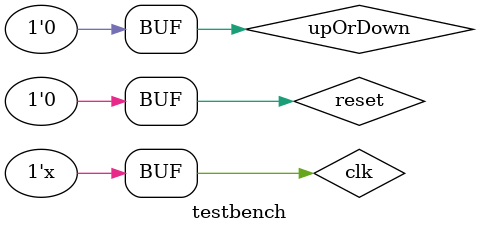
<source format=v>
`timescale 1ns/1ps

module counter(out,reset,clk,upOrDown);

output reg [3:0] out;
input reset,clk,upOrDown;

always @(posedge clk)
begin
	if(reset==1)
		out=0;
	else
	begin
		if(upOrDown==1)
			if(out==15)
				out=0;
			else
				out=out+1;
		else
			if(out==0)
				out=15;
			else
				out=out-1;
	end
end
endmodule

module testbench();

reg clk,reset,upOrDown;
wire [3:0] out;

counter uut(out,reset,clk,upOrDown);

initial begin

$dumpfile ("count1.vcd"); 
$dumpvars(0,testbench);

clk=0;
reset=1;
#10
reset=0;
upOrDown=1;
#100
upOrDown=0;
end

always #5 clk=~clk;

endmodule

</source>
